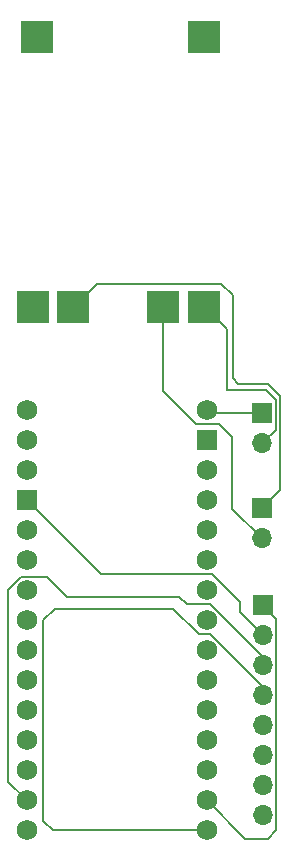
<source format=gbr>
%TF.GenerationSoftware,KiCad,Pcbnew,8.0.6*%
%TF.CreationDate,2025-01-16T11:49:03+01:00*%
%TF.ProjectId,senec-c,73656e65-632d-4632-9e6b-696361645f70,rev?*%
%TF.SameCoordinates,Original*%
%TF.FileFunction,Copper,L1,Top*%
%TF.FilePolarity,Positive*%
%FSLAX46Y46*%
G04 Gerber Fmt 4.6, Leading zero omitted, Abs format (unit mm)*
G04 Created by KiCad (PCBNEW 8.0.6) date 2025-01-16 11:49:03*
%MOMM*%
%LPD*%
G01*
G04 APERTURE LIST*
%TA.AperFunction,ComponentPad*%
%ADD10C,1.727200*%
%TD*%
%TA.AperFunction,ComponentPad*%
%ADD11R,1.727200X1.727200*%
%TD*%
%TA.AperFunction,ComponentPad*%
%ADD12R,1.700000X1.700000*%
%TD*%
%TA.AperFunction,ComponentPad*%
%ADD13O,1.700000X1.700000*%
%TD*%
%TA.AperFunction,ComponentPad*%
%ADD14R,2.800000X2.800000*%
%TD*%
%TA.AperFunction,Conductor*%
%ADD15C,0.200000*%
%TD*%
G04 APERTURE END LIST*
D10*
%TO.P,A1,3V3,3.3V*%
%TO.N,Net-(A1-3.3V)*%
X191825000Y-109235000D03*
%TO.P,A1,5V,5V*%
%TO.N,unconnected-(A1-Pad5V)*%
X191825000Y-83835000D03*
%TO.P,A1,A0,A0*%
%TO.N,unconnected-(A1-PadA0)*%
X191825000Y-104155000D03*
%TO.P,A1,A1,A1*%
%TO.N,unconnected-(A1-PadA1)*%
X191825000Y-101615000D03*
%TO.P,A1,A2,A2*%
%TO.N,unconnected-(A1-PadA2)*%
X191825000Y-99075000D03*
%TO.P,A1,A3,A3*%
%TO.N,unconnected-(A1-PadA3)*%
X191825000Y-96535000D03*
%TO.P,A1,A4,A4/SDA*%
%TO.N,unconnected-(A1-A4{slash}SDA-PadA4)*%
X191825000Y-93995000D03*
%TO.P,A1,A5,A5/SCL*%
%TO.N,unconnected-(A1-A5{slash}SCL-PadA5)*%
X191825000Y-91455000D03*
%TO.P,A1,A6,A6*%
%TO.N,unconnected-(A1-PadA6)*%
X191825000Y-88915000D03*
%TO.P,A1,A7,A7*%
%TO.N,unconnected-(A1-PadA7)*%
X191825000Y-86375000D03*
%TO.P,A1,B0,B0*%
%TO.N,unconnected-(A1-PadB0)*%
X191825000Y-106695000D03*
%TO.P,A1,B1,B1*%
%TO.N,unconnected-(A1-PadB1)*%
X191825000Y-81295000D03*
%TO.P,A1,D0,D0/RX*%
%TO.N,unconnected-(A1-D0{slash}RX-PadD0)*%
X176585000Y-78755000D03*
%TO.P,A1,D1,D1/TX*%
%TO.N,unconnected-(A1-D1{slash}TX-PadD1)*%
X176585000Y-76215000D03*
%TO.P,A1,D2,D2*%
%TO.N,unconnected-(A1-PadD2)*%
X176585000Y-86375000D03*
%TO.P,A1,D3,D3*%
%TO.N,unconnected-(A1-PadD3)*%
X176585000Y-88915000D03*
%TO.P,A1,D4,D4*%
%TO.N,unconnected-(A1-PadD4)*%
X176585000Y-91455000D03*
%TO.P,A1,D5,D5*%
%TO.N,unconnected-(A1-PadD5)*%
X176585000Y-93995000D03*
%TO.P,A1,D6,D6*%
%TO.N,unconnected-(A1-PadD6)*%
X176585000Y-96535000D03*
%TO.P,A1,D7,D7*%
%TO.N,Net-(J1-Pin_8)*%
X176585000Y-99075000D03*
%TO.P,A1,D8,D8*%
%TO.N,Net-(J1-Pin_7)*%
X176585000Y-101615000D03*
%TO.P,A1,D9,D9*%
%TO.N,Net-(J1-Pin_6)*%
X176585000Y-104155000D03*
%TO.P,A1,D10,D10*%
%TO.N,Net-(J1-Pin_5)*%
X176585000Y-106695000D03*
%TO.P,A1,D11,D11_MOSI*%
%TO.N,Net-(A1-D11_MOSI)*%
X176585000Y-109235000D03*
%TO.P,A1,D12,D12_MISO*%
%TO.N,unconnected-(A1-D12_MISO-PadD12)*%
X176585000Y-111775000D03*
%TO.P,A1,D13,D13_SCK*%
%TO.N,Net-(A1-D13_SCK)*%
X191825000Y-111775000D03*
D11*
%TO.P,A1,GND1,GND*%
%TO.N,Net-(J1-Pin_2)*%
X176585000Y-83835000D03*
%TO.P,A1,GND2,GND*%
%TO.N,Net-(U1-OUT-)*%
X191825000Y-78755000D03*
D10*
%TO.P,A1,RST,~{RESET}*%
%TO.N,unconnected-(A1-~{RESET}-PadRST)*%
X176585000Y-81295000D03*
%TO.P,A1,VIN,VIN*%
%TO.N,Net-(J3-Pin_1)*%
X191825000Y-76215000D03*
%TD*%
D12*
%TO.P,J3,1,Pin_1*%
%TO.N,Net-(J3-Pin_1)*%
X196500000Y-76460000D03*
D13*
%TO.P,J3,2,Pin_2*%
%TO.N,Net-(J3-Pin_2)*%
X196500000Y-79000000D03*
%TD*%
D14*
%TO.P,U1,1,VCC*%
%TO.N,unconnected-(U1-VCC-Pad1)*%
X191612500Y-44587500D03*
%TO.P,U1,2,GND*%
%TO.N,unconnected-(U1-GND-Pad2)*%
X177412500Y-44587500D03*
%TO.P,U1,3,OUT+*%
%TO.N,Net-(J3-Pin_2)*%
X191612500Y-67487500D03*
%TO.P,U1,4,OUT-*%
%TO.N,Net-(U1-OUT-)*%
X177112500Y-67487500D03*
%TO.P,U1,5,B+*%
%TO.N,Net-(J2-Pin_2)*%
X188112500Y-67487500D03*
%TO.P,U1,6,B-*%
%TO.N,Net-(J2-Pin_1)*%
X180512500Y-67487500D03*
%TD*%
D12*
%TO.P,J1,1,Pin_1*%
%TO.N,Net-(A1-3.3V)*%
X196575000Y-92695000D03*
D13*
%TO.P,J1,2,Pin_2*%
%TO.N,Net-(J1-Pin_2)*%
X196575000Y-95235000D03*
%TO.P,J1,3,Pin_3*%
%TO.N,Net-(A1-D11_MOSI)*%
X196575000Y-97775000D03*
%TO.P,J1,4,Pin_4*%
%TO.N,Net-(A1-D13_SCK)*%
X196575000Y-100315000D03*
%TO.P,J1,5,Pin_5*%
%TO.N,Net-(J1-Pin_5)*%
X196575000Y-102855000D03*
%TO.P,J1,6,Pin_6*%
%TO.N,Net-(J1-Pin_6)*%
X196575000Y-105395000D03*
%TO.P,J1,7,Pin_7*%
%TO.N,Net-(J1-Pin_7)*%
X196575000Y-107935000D03*
%TO.P,J1,8,Pin_8*%
%TO.N,Net-(J1-Pin_8)*%
X196575000Y-110475000D03*
%TD*%
D12*
%TO.P,J2,1,Pin_1*%
%TO.N,Net-(J2-Pin_1)*%
X196500000Y-84500000D03*
D13*
%TO.P,J2,2,Pin_2*%
%TO.N,Net-(J2-Pin_2)*%
X196500000Y-87040000D03*
%TD*%
D15*
%TO.N,Net-(J1-Pin_2)*%
X196575000Y-95235000D02*
X194670000Y-93330000D01*
X194670000Y-93330000D02*
X194670000Y-92441621D01*
X182828600Y-90078600D02*
X176585000Y-83835000D01*
X194670000Y-92441621D02*
X192306979Y-90078600D01*
X192306979Y-90078600D02*
X182828600Y-90078600D01*
%TO.N,Net-(A1-D13_SCK)*%
X191825000Y-111775000D02*
X178775000Y-111775000D01*
X178775000Y-111775000D02*
X178000000Y-111000000D01*
X178000000Y-111000000D02*
X178000000Y-94000000D01*
X192094179Y-95158600D02*
X196575000Y-99639421D01*
X178000000Y-94000000D02*
X179000000Y-93000000D01*
X189000000Y-93000000D02*
X191158600Y-95158600D01*
X179000000Y-93000000D02*
X189000000Y-93000000D01*
X191158600Y-95158600D02*
X192094179Y-95158600D01*
X196575000Y-99639421D02*
X196575000Y-100315000D01*
%TO.N,Net-(A1-D11_MOSI)*%
X176585000Y-109235000D02*
X175000000Y-107650000D01*
X189500000Y-92000000D02*
X190118600Y-92618600D01*
X192094179Y-92618600D02*
X196575000Y-97099421D01*
X178291400Y-90291400D02*
X180000000Y-92000000D01*
X175000000Y-91394421D02*
X176103021Y-90291400D01*
X180000000Y-92000000D02*
X189500000Y-92000000D01*
X176103021Y-90291400D02*
X178291400Y-90291400D01*
X175000000Y-107650000D02*
X175000000Y-91394421D01*
X190118600Y-92618600D02*
X192094179Y-92618600D01*
X196575000Y-97099421D02*
X196575000Y-97775000D01*
%TO.N,Net-(A1-3.3V)*%
X191825000Y-109235000D02*
X195090000Y-112500000D01*
X195090000Y-112500000D02*
X197000000Y-112500000D01*
X197000000Y-112500000D02*
X197725000Y-111775000D01*
X197725000Y-111775000D02*
X197725000Y-93845000D01*
X197725000Y-93845000D02*
X196575000Y-92695000D01*
%TO.N,Net-(J3-Pin_1)*%
X196500000Y-76460000D02*
X192070000Y-76460000D01*
X192070000Y-76460000D02*
X191825000Y-76215000D01*
%TO.N,Net-(J2-Pin_1)*%
X194500000Y-74000000D02*
X197050000Y-74000000D01*
X194012500Y-66487500D02*
X194012500Y-73512500D01*
X193025000Y-65500000D02*
X194012500Y-66487500D01*
X198050000Y-82950000D02*
X196500000Y-84500000D01*
X182500000Y-65500000D02*
X193025000Y-65500000D01*
X197050000Y-74000000D02*
X198050000Y-75000000D01*
X194012500Y-73512500D02*
X194500000Y-74000000D01*
X198050000Y-75000000D02*
X198050000Y-82950000D01*
X180512500Y-67487500D02*
X182500000Y-65500000D01*
%TO.N,Net-(J2-Pin_2)*%
X188112500Y-74612500D02*
X188112500Y-67487500D01*
X194000000Y-84540000D02*
X194000000Y-78500000D01*
X194000000Y-78500000D02*
X192878600Y-77378600D01*
X190878600Y-77378600D02*
X188112500Y-74612500D01*
X192878600Y-77378600D02*
X190878600Y-77378600D01*
X196500000Y-87040000D02*
X194000000Y-84540000D01*
%TO.N,Net-(J3-Pin_2)*%
X197650000Y-75310000D02*
X196840000Y-74500000D01*
X196840000Y-74500000D02*
X193500000Y-74500000D01*
X193500000Y-74500000D02*
X193500000Y-69375000D01*
X193500000Y-69375000D02*
X191612500Y-67487500D01*
X197650000Y-77850000D02*
X197650000Y-75310000D01*
X196500000Y-79000000D02*
X197650000Y-77850000D01*
%TD*%
M02*

</source>
